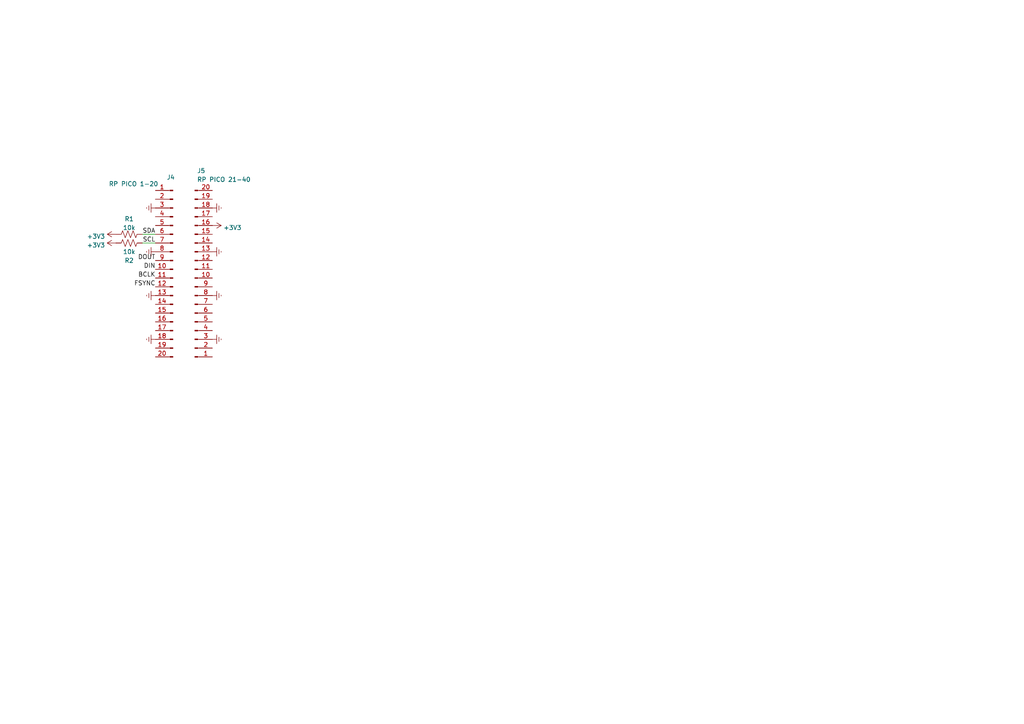
<source format=kicad_sch>
(kicad_sch (version 20230121) (generator eeschema)
  (paper "A4")
  (lib_symbols
    (symbol "Connector:Conn_01x20_Pin" (pin_names (offset 1.016) hide)
      (property "Reference" "J" (at 0 25.4 0))
      (property "Value" "Conn_01x20_Pin" (at 0 -27.94 0))
      (symbol "Conn_01x20_Pin_1_1"
        (polyline (pts (xy 1.27 -25.4) (xy 0.8636 -25.4)) (stroke (width 0.1524)))
        (polyline (pts (xy 1.27 -22.86) (xy 0.8636 -22.86)) (stroke (width 0.1524)))
        (polyline (pts (xy 1.27 -20.32) (xy 0.8636 -20.32)) (stroke (width 0.1524)))
        (polyline (pts (xy 1.27 -17.78) (xy 0.8636 -17.78)) (stroke (width 0.1524)))
        (polyline (pts (xy 1.27 -15.24) (xy 0.8636 -15.24)) (stroke (width 0.1524)))
        (polyline (pts (xy 1.27 -12.7) (xy 0.8636 -12.7)) (stroke (width 0.1524)))
        (polyline (pts (xy 1.27 -10.16) (xy 0.8636 -10.16)) (stroke (width 0.1524)))
        (polyline (pts (xy 1.27 -7.62) (xy 0.8636 -7.62)) (stroke (width 0.1524)))
        (polyline (pts (xy 1.27 -5.08) (xy 0.8636 -5.08)) (stroke (width 0.1524)))
        (polyline (pts (xy 1.27 -2.54) (xy 0.8636 -2.54)) (stroke (width 0.1524)))
        (polyline (pts (xy 1.27 0) (xy 0.8636 0)) (stroke (width 0.1524)))
        (polyline (pts (xy 1.27 2.54) (xy 0.8636 2.54)) (stroke (width 0.1524)))
        (polyline (pts (xy 1.27 5.08) (xy 0.8636 5.08)) (stroke (width 0.1524)))
        (polyline (pts (xy 1.27 7.62) (xy 0.8636 7.62)) (stroke (width 0.1524)))
        (polyline (pts (xy 1.27 10.16) (xy 0.8636 10.16)) (stroke (width 0.1524)))
        (polyline (pts (xy 1.27 12.7) (xy 0.8636 12.7)) (stroke (width 0.1524)))
        (polyline (pts (xy 1.27 15.24) (xy 0.8636 15.24)) (stroke (width 0.1524)))
        (polyline (pts (xy 1.27 17.78) (xy 0.8636 17.78)) (stroke (width 0.1524)))
        (polyline (pts (xy 1.27 20.32) (xy 0.8636 20.32)) (stroke (width 0.1524)))
        (polyline (pts (xy 1.27 22.86) (xy 0.8636 22.86)) (stroke (width 0.1524)))
        (rectangle (start 0.8636 -25.273) (end 0 -25.527) (stroke (width 0.1524)) (fill (type outline)))
        (rectangle (start 0.8636 -22.733) (end 0 -22.987) (stroke (width 0.1524)) (fill (type outline)))
        (rectangle (start 0.8636 -20.193) (end 0 -20.447) (stroke (width 0.1524)) (fill (type outline)))
        (rectangle (start 0.8636 -17.653) (end 0 -17.907) (stroke (width 0.1524)) (fill (type outline)))
        (rectangle (start 0.8636 -15.113) (end 0 -15.367) (stroke (width 0.1524)) (fill (type outline)))
        (rectangle (start 0.8636 -12.573) (end 0 -12.827) (stroke (width 0.1524)) (fill (type outline)))
        (rectangle (start 0.8636 -10.033) (end 0 -10.287) (stroke (width 0.1524)) (fill (type outline)))
        (rectangle (start 0.8636 -7.493) (end 0 -7.747) (stroke (width 0.1524)) (fill (type outline)))
        (rectangle (start 0.8636 -4.953) (end 0 -5.207) (stroke (width 0.1524)) (fill (type outline)))
        (rectangle (start 0.8636 -2.413) (end 0 -2.667) (stroke (width 0.1524)) (fill (type outline)))
        (rectangle (start 0.8636 0.127) (end 0 -0.127) (stroke (width 0.1524)) (fill (type outline)))
        (rectangle (start 0.8636 2.667) (end 0 2.413) (stroke (width 0.1524)) (fill (type outline)))
        (rectangle (start 0.8636 5.207) (end 0 4.953) (stroke (width 0.1524)) (fill (type outline)))
        (rectangle (start 0.8636 7.747) (end 0 7.493) (stroke (width 0.1524)) (fill (type outline)))
        (rectangle (start 0.8636 10.287) (end 0 10.033) (stroke (width 0.1524)) (fill (type outline)))
        (rectangle (start 0.8636 12.827) (end 0 12.573) (stroke (width 0.1524)) (fill (type outline)))
        (rectangle (start 0.8636 15.367) (end 0 15.113) (stroke (width 0.1524)) (fill (type outline)))
        (rectangle (start 0.8636 17.907) (end 0 17.653) (stroke (width 0.1524)) (fill (type outline)))
        (rectangle (start 0.8636 20.447) (end 0 20.193) (stroke (width 0.1524)) (fill (type outline)))
        (rectangle (start 0.8636 22.987) (end 0 22.733) (stroke (width 0.1524)) (fill (type outline)))
        (pin passive line (at 5.08 22.86 180) (length 3.81) (name "Pin_1") (number "1"))
        (pin passive line (at 5.08 0 180) (length 3.81) (name "Pin_10") (number "10"))
        (pin passive line (at 5.08 -2.54 180) (length 3.81) (name "Pin_11") (number "11"))
        (pin passive line (at 5.08 -5.08 180) (length 3.81) (name "Pin_12") (number "12"))
        (pin passive line (at 5.08 -7.62 180) (length 3.81) (name "Pin_13") (number "13"))
        (pin passive line (at 5.08 -10.16 180) (length 3.81) (name "Pin_14") (number "14"))
        (pin passive line (at 5.08 -12.7 180) (length 3.81) (name "Pin_15") (number "15"))
        (pin passive line (at 5.08 -15.24 180) (length 3.81) (name "Pin_16") (number "16"))
        (pin passive line (at 5.08 -17.78 180) (length 3.81) (name "Pin_17") (number "17"))
        (pin passive line (at 5.08 -20.32 180) (length 3.81) (name "Pin_18") (number "18"))
        (pin passive line (at 5.08 -22.86 180) (length 3.81) (name "Pin_19") (number "19"))
        (pin passive line (at 5.08 20.32 180) (length 3.81) (name "Pin_2") (number "2"))
        (pin passive line (at 5.08 -25.4 180) (length 3.81) (name "Pin_20") (number "20"))
        (pin passive line (at 5.08 17.78 180) (length 3.81) (name "Pin_3") (number "3"))
        (pin passive line (at 5.08 15.24 180) (length 3.81) (name "Pin_4") (number "4"))
        (pin passive line (at 5.08 12.7 180) (length 3.81) (name "Pin_5") (number "5"))
        (pin passive line (at 5.08 10.16 180) (length 3.81) (name "Pin_6") (number "6"))
        (pin passive line (at 5.08 7.62 180) (length 3.81) (name "Pin_7") (number "7"))
        (pin passive line (at 5.08 5.08 180) (length 3.81) (name "Pin_8") (number "8"))
        (pin passive line (at 5.08 2.54 180) (length 3.81) (name "Pin_9") (number "9"))
      )
    )
    (symbol "Device:R_US" (pin_numbers hide) (pin_names (offset 0))
      (property "Reference" "R" (at 2.54 0 90))
      (property "Value" "R_US" (at -2.54 0 90))
      (symbol "R_US_0_1"
        (polyline (pts (xy 0 -2.286) (xy 0 -2.54)))
        (polyline (pts (xy 0 2.286) (xy 0 2.54)))
        (polyline (pts (xy 0 -0.762) (xy 1.016 -1.143) (xy 0 -1.524) (xy -1.016 -1.905) (xy 0 -2.286)))
        (polyline (pts (xy 0 0.762) (xy 1.016 0.381) (xy 0 0) (xy -1.016 -0.381) (xy 0 -0.762)))
        (polyline (pts (xy 0 2.286) (xy 1.016 1.905) (xy 0 1.524) (xy -1.016 1.143) (xy 0 0.762)))
      )
      (symbol "R_US_1_1"
        (pin passive line (at 0 3.81 270) (length 1.27) (name "~") (number "1"))
        (pin passive line (at 0 -3.81 90) (length 1.27) (name "~") (number "2"))
      )
    )
    (symbol "power:+3V3" (power) (pin_names (offset 0))
      (property "Value" "+3V3" (at 0 3.556 0))
      (symbol "+3V3_0_1"
        (polyline (pts (xy -0.762 1.27) (xy 0 2.54)))
        (polyline (pts (xy 0 0) (xy 0 2.54)))
        (polyline (pts (xy 0 2.54) (xy 0.762 1.27)))
      )
      (symbol "+3V3_1_1"
        (pin power_in line (at 0 0 90) (length 0) hide (name "+3V3") (number "1"))
      )
    )
    (symbol "power:Earth" (power) (pin_names (offset 0))
      (symbol "Earth_0_1"
        (polyline (pts (xy -0.635 -1.905) (xy 0.635 -1.905)))
        (polyline (pts (xy -0.127 -2.54) (xy 0.127 -2.54)))
        (polyline (pts (xy 0 -1.27) (xy 0 0)))
        (polyline (pts (xy 1.27 -1.27) (xy -1.27 -1.27)))
      )
      (symbol "Earth_1_1"
        (pin power_in line (at 0 0 270) (length 0) hide (name "Earth") (number "1"))
      )
    )
  )
  (wire (pts (xy 41.275 67.945) (xy 45.085 67.945)))
  (wire (pts (xy 41.275 70.485) (xy 45.085 70.485)))
  (label "SDA" (at 45.085 67.945 180))
  (label "BCLK" (at 45.085 80.645 180))
  (label "SCL" (at 45.085 70.485 180))
  (label "DIN" (at 45.085 78.105 180))
  (label "FSYNC" (at 45.085 83.185 180))
  (label "DOUT" (at 45.085 75.565 180))
  (symbol (lib_id "power:Earth") (at 61.595 60.325 90) (unit 1)
    (property "Reference" "#PWR018" (effects hide))
    (property "Value" "Earth" (effects hide))
  )
  (symbol (lib_id "power:Earth") (at 61.595 85.725 90) (unit 1)
    (property "Reference" "#PWR016" (effects hide))
    (property "Value" "Earth" (effects hide))
  )
  (symbol (lib_id "Device:R_US") (at 37.465 67.945 90) (unit 1)
    (property "Reference" "R1" (at 37.465 63.5 90))
    (property "Value" "10k" (at 37.465 66.04 90))
  )
  (symbol (lib_id "power:+3V3") (at 33.655 67.945 90) (unit 1)
    (property "Reference" "#PWR019" (effects hide))
    (property "Value" "+3V3" (at 30.48 68.58 90) (effects (justify left)))
  )
  (symbol (lib_id "Connector:Conn_01x20_Pin") (at 56.515 80.645 0) (mirror x) (unit 1)
    (property "Reference" "J5" (at 57.15 49.53 0) (effects (justify left)))
    (property "Value" "RP PICO 21-40" (at 57.15 52.07 0) (effects (justify left)))
  )
  (symbol (lib_id "Device:R_US") (at 37.465 70.485 90) (unit 1)
    (property "Reference" "R2" (at 37.465 75.565 90))
    (property "Value" "10k" (at 37.465 73.025 90))
  )
  (symbol (lib_id "power:Earth") (at 61.595 73.025 90) (unit 1)
    (property "Reference" "#PWR017" (effects hide))
    (property "Value" "Earth" (effects hide))
  )
  (symbol (lib_id "power:Earth") (at 45.085 85.725 270) (unit 1)
    (property "Reference" "#PWR013" (effects hide))
    (property "Value" "Earth" (effects hide))
  )
  (symbol (lib_id "power:Earth") (at 45.085 60.325 270) (unit 1)
    (property "Reference" "#PWR011" (effects hide))
    (property "Value" "Earth" (effects hide))
  )
  (symbol (lib_id "power:Earth") (at 45.085 98.425 270) (unit 1)
    (property "Reference" "#PWR014" (effects hide))
    (property "Value" "Earth" (effects hide))
  )
  (symbol (lib_id "power:+3V3") (at 61.595 65.405 270) (unit 1)
    (property "Reference" "#PWR010" (effects hide))
    (property "Value" "+3V3" (at 64.77 66.04 90) (effects (justify left)))
  )
  (symbol (lib_id "power:+3V3") (at 33.655 70.485 90) (unit 1)
    (property "Reference" "#PWR020" (effects hide))
    (property "Value" "+3V3" (at 30.48 71.12 90) (effects (justify left)))
  )
  (symbol (lib_id "power:Earth") (at 61.595 98.425 90) (unit 1)
    (property "Reference" "#PWR015" (effects hide))
    (property "Value" "Earth" (effects hide))
  )
  (symbol (lib_id "power:Earth") (at 45.085 73.025 270) (unit 1)
    (property "Reference" "#PWR012" (effects hide))
    (property "Value" "Earth" (effects hide))
  )
  (symbol (lib_id "Connector:Conn_01x20_Pin") (at 50.165 78.105 0) (mirror y) (unit 1)
    (property "Reference" "J4" (at 49.53 51.435 0))
    (property "Value" "RP PICO 1-20" (at 38.735 53.34 0))
  )
)
</source>
